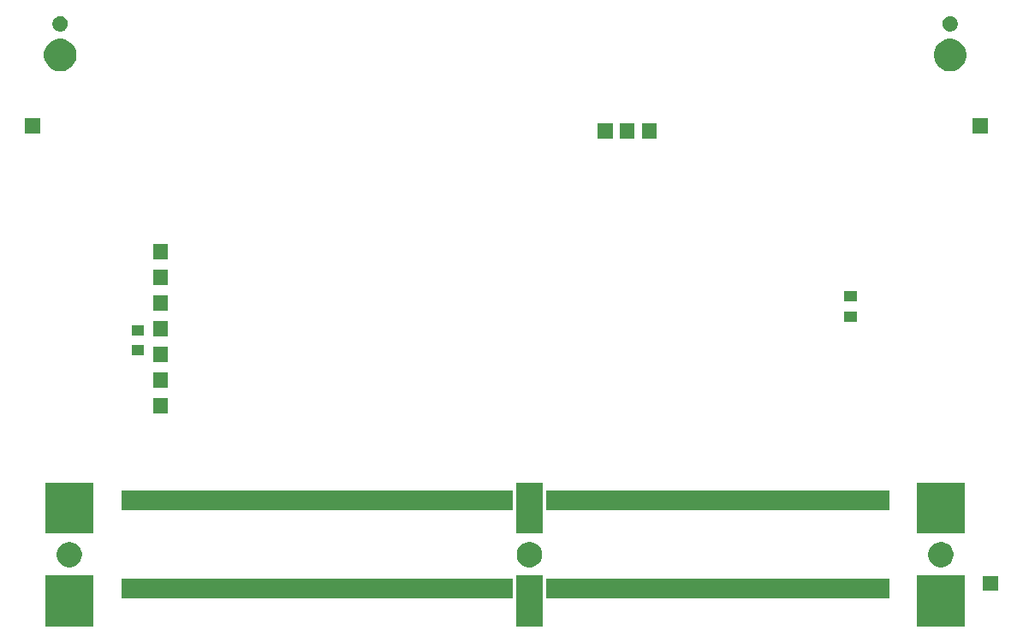
<source format=gbr>
G04 #@! TF.GenerationSoftware,KiCad,Pcbnew,5.0.2-bee76a0~70~ubuntu18.04.1*
G04 #@! TF.CreationDate,2019-04-15T15:13:08+02:00*
G04 #@! TF.ProjectId,ModulAdapter,4d6f6475-6c41-4646-9170-7465722e6b69,rev?*
G04 #@! TF.SameCoordinates,Original*
G04 #@! TF.FileFunction,Soldermask,Top*
G04 #@! TF.FilePolarity,Negative*
%FSLAX46Y46*%
G04 Gerber Fmt 4.6, Leading zero omitted, Abs format (unit mm)*
G04 Created by KiCad (PCBNEW 5.0.2-bee76a0~70~ubuntu18.04.1) date Mo 15 Apr 2019 15:13:08 CEST*
%MOMM*%
%LPD*%
G01*
G04 APERTURE LIST*
%ADD10C,0.100000*%
G04 APERTURE END LIST*
D10*
G36*
X145500000Y-130490000D02*
X140700000Y-130490000D01*
X140700000Y-125490000D01*
X145500000Y-125490000D01*
X145500000Y-130490000D01*
X145500000Y-130490000D01*
G37*
G36*
X103700000Y-130490000D02*
X101100000Y-130490000D01*
X101100000Y-125490000D01*
X103700000Y-125490000D01*
X103700000Y-130490000D01*
X103700000Y-130490000D01*
G37*
G36*
X59300000Y-130490000D02*
X54500000Y-130490000D01*
X54500000Y-125490000D01*
X59300000Y-125490000D01*
X59300000Y-130490000D01*
X59300000Y-130490000D01*
G37*
G36*
X137975000Y-127750000D02*
X104025000Y-127750000D01*
X104025000Y-125750000D01*
X137975000Y-125750000D01*
X137975000Y-127750000D01*
X137975000Y-127750000D01*
G37*
G36*
X100775000Y-127750000D02*
X62025000Y-127750000D01*
X62025000Y-125750000D01*
X100775000Y-125750000D01*
X100775000Y-127750000D01*
X100775000Y-127750000D01*
G37*
G36*
X148750570Y-127000570D02*
X147249430Y-127000570D01*
X147249430Y-125499430D01*
X148750570Y-125499430D01*
X148750570Y-127000570D01*
X148750570Y-127000570D01*
G37*
G36*
X143464612Y-122198037D02*
X143692096Y-122292264D01*
X143896831Y-122429064D01*
X144070936Y-122603169D01*
X144207736Y-122807904D01*
X144301963Y-123035388D01*
X144350000Y-123276885D01*
X144350000Y-123523115D01*
X144301963Y-123764612D01*
X144207736Y-123992096D01*
X144070936Y-124196831D01*
X143896831Y-124370936D01*
X143692096Y-124507736D01*
X143464612Y-124601963D01*
X143223115Y-124650000D01*
X142976885Y-124650000D01*
X142735388Y-124601963D01*
X142507904Y-124507736D01*
X142303169Y-124370936D01*
X142129064Y-124196831D01*
X141992264Y-123992096D01*
X141898037Y-123764612D01*
X141850000Y-123523115D01*
X141850000Y-123276885D01*
X141898037Y-123035388D01*
X141992264Y-122807904D01*
X142129064Y-122603169D01*
X142303169Y-122429064D01*
X142507904Y-122292264D01*
X142735388Y-122198037D01*
X142976885Y-122150000D01*
X143223115Y-122150000D01*
X143464612Y-122198037D01*
X143464612Y-122198037D01*
G37*
G36*
X57264612Y-122198037D02*
X57492096Y-122292264D01*
X57696831Y-122429064D01*
X57870936Y-122603169D01*
X58007736Y-122807904D01*
X58101963Y-123035388D01*
X58150000Y-123276885D01*
X58150000Y-123523115D01*
X58101963Y-123764612D01*
X58007736Y-123992096D01*
X57870936Y-124196831D01*
X57696831Y-124370936D01*
X57492096Y-124507736D01*
X57264612Y-124601963D01*
X57023115Y-124650000D01*
X56776885Y-124650000D01*
X56535388Y-124601963D01*
X56307904Y-124507736D01*
X56103169Y-124370936D01*
X55929064Y-124196831D01*
X55792264Y-123992096D01*
X55698037Y-123764612D01*
X55650000Y-123523115D01*
X55650000Y-123276885D01*
X55698037Y-123035388D01*
X55792264Y-122807904D01*
X55929064Y-122603169D01*
X56103169Y-122429064D01*
X56307904Y-122292264D01*
X56535388Y-122198037D01*
X56776885Y-122150000D01*
X57023115Y-122150000D01*
X57264612Y-122198037D01*
X57264612Y-122198037D01*
G37*
G36*
X102764612Y-122198037D02*
X102992096Y-122292264D01*
X103196831Y-122429064D01*
X103370936Y-122603169D01*
X103507736Y-122807904D01*
X103601963Y-123035388D01*
X103650000Y-123276885D01*
X103650000Y-123523115D01*
X103601963Y-123764612D01*
X103507736Y-123992096D01*
X103370936Y-124196831D01*
X103196831Y-124370936D01*
X102992096Y-124507736D01*
X102764612Y-124601963D01*
X102523115Y-124650000D01*
X102276885Y-124650000D01*
X102035388Y-124601963D01*
X101807904Y-124507736D01*
X101603169Y-124370936D01*
X101429064Y-124196831D01*
X101292264Y-123992096D01*
X101198037Y-123764612D01*
X101150000Y-123523115D01*
X101150000Y-123276885D01*
X101198037Y-123035388D01*
X101292264Y-122807904D01*
X101429064Y-122603169D01*
X101603169Y-122429064D01*
X101807904Y-122292264D01*
X102035388Y-122198037D01*
X102276885Y-122150000D01*
X102523115Y-122150000D01*
X102764612Y-122198037D01*
X102764612Y-122198037D01*
G37*
G36*
X59300000Y-121310000D02*
X54500000Y-121310000D01*
X54500000Y-116310000D01*
X59300000Y-116310000D01*
X59300000Y-121310000D01*
X59300000Y-121310000D01*
G37*
G36*
X145500000Y-121310000D02*
X140700000Y-121310000D01*
X140700000Y-116310000D01*
X145500000Y-116310000D01*
X145500000Y-121310000D01*
X145500000Y-121310000D01*
G37*
G36*
X103700000Y-121310000D02*
X101100000Y-121310000D01*
X101100000Y-116310000D01*
X103700000Y-116310000D01*
X103700000Y-121310000D01*
X103700000Y-121310000D01*
G37*
G36*
X137975000Y-119050000D02*
X104025000Y-119050000D01*
X104025000Y-117050000D01*
X137975000Y-117050000D01*
X137975000Y-119050000D01*
X137975000Y-119050000D01*
G37*
G36*
X100775000Y-119050000D02*
X62025000Y-119050000D01*
X62025000Y-117050000D01*
X100775000Y-117050000D01*
X100775000Y-119050000D01*
X100775000Y-119050000D01*
G37*
G36*
X66663570Y-109421570D02*
X65162430Y-109421570D01*
X65162430Y-107920430D01*
X66663570Y-107920430D01*
X66663570Y-109421570D01*
X66663570Y-109421570D01*
G37*
G36*
X66663570Y-106881570D02*
X65162430Y-106881570D01*
X65162430Y-105380430D01*
X66663570Y-105380430D01*
X66663570Y-106881570D01*
X66663570Y-106881570D01*
G37*
G36*
X66663570Y-104341570D02*
X65162430Y-104341570D01*
X65162430Y-102840430D01*
X66663570Y-102840430D01*
X66663570Y-104341570D01*
X66663570Y-104341570D01*
G37*
G36*
X64303000Y-103700000D02*
X63053000Y-103700000D01*
X63053000Y-102700000D01*
X64303000Y-102700000D01*
X64303000Y-103700000D01*
X64303000Y-103700000D01*
G37*
G36*
X66663570Y-101801570D02*
X65162430Y-101801570D01*
X65162430Y-100300430D01*
X66663570Y-100300430D01*
X66663570Y-101801570D01*
X66663570Y-101801570D01*
G37*
G36*
X64303000Y-101700000D02*
X63053000Y-101700000D01*
X63053000Y-100700000D01*
X64303000Y-100700000D01*
X64303000Y-101700000D01*
X64303000Y-101700000D01*
G37*
G36*
X134788000Y-100357000D02*
X133538000Y-100357000D01*
X133538000Y-99357000D01*
X134788000Y-99357000D01*
X134788000Y-100357000D01*
X134788000Y-100357000D01*
G37*
G36*
X66663570Y-99261570D02*
X65162430Y-99261570D01*
X65162430Y-97760430D01*
X66663570Y-97760430D01*
X66663570Y-99261570D01*
X66663570Y-99261570D01*
G37*
G36*
X134788000Y-98357000D02*
X133538000Y-98357000D01*
X133538000Y-97357000D01*
X134788000Y-97357000D01*
X134788000Y-98357000D01*
X134788000Y-98357000D01*
G37*
G36*
X66663570Y-96721570D02*
X65162430Y-96721570D01*
X65162430Y-95220430D01*
X66663570Y-95220430D01*
X66663570Y-96721570D01*
X66663570Y-96721570D01*
G37*
G36*
X66663570Y-94181570D02*
X65162430Y-94181570D01*
X65162430Y-92680430D01*
X66663570Y-92680430D01*
X66663570Y-94181570D01*
X66663570Y-94181570D01*
G37*
G36*
X110656570Y-82272070D02*
X109155430Y-82272070D01*
X109155430Y-80770930D01*
X110656570Y-80770930D01*
X110656570Y-82272070D01*
X110656570Y-82272070D01*
G37*
G36*
X112815570Y-82272070D02*
X111314430Y-82272070D01*
X111314430Y-80770930D01*
X112815570Y-80770930D01*
X112815570Y-82272070D01*
X112815570Y-82272070D01*
G37*
G36*
X115000570Y-82250570D02*
X113499430Y-82250570D01*
X113499430Y-80749430D01*
X115000570Y-80749430D01*
X115000570Y-82250570D01*
X115000570Y-82250570D01*
G37*
G36*
X54000570Y-81750570D02*
X52499430Y-81750570D01*
X52499430Y-80249430D01*
X54000570Y-80249430D01*
X54000570Y-81750570D01*
X54000570Y-81750570D01*
G37*
G36*
X147740570Y-81750570D02*
X146239430Y-81750570D01*
X146239430Y-80249430D01*
X147740570Y-80249430D01*
X147740570Y-81750570D01*
X147740570Y-81750570D01*
G37*
G36*
X56466703Y-72461486D02*
X56757883Y-72582097D01*
X57019944Y-72757201D01*
X57242799Y-72980056D01*
X57417903Y-73242117D01*
X57538514Y-73533297D01*
X57600000Y-73842412D01*
X57600000Y-74157588D01*
X57538514Y-74466703D01*
X57417903Y-74757883D01*
X57242799Y-75019944D01*
X57019944Y-75242799D01*
X56757883Y-75417903D01*
X56466703Y-75538514D01*
X56157588Y-75600000D01*
X55842412Y-75600000D01*
X55533297Y-75538514D01*
X55242117Y-75417903D01*
X54980056Y-75242799D01*
X54757201Y-75019944D01*
X54582097Y-74757883D01*
X54461486Y-74466703D01*
X54400000Y-74157588D01*
X54400000Y-73842412D01*
X54461486Y-73533297D01*
X54582097Y-73242117D01*
X54757201Y-72980056D01*
X54980056Y-72757201D01*
X55242117Y-72582097D01*
X55533297Y-72461486D01*
X55842412Y-72400000D01*
X56157588Y-72400000D01*
X56466703Y-72461486D01*
X56466703Y-72461486D01*
G37*
G36*
X144466703Y-72461486D02*
X144757883Y-72582097D01*
X145019944Y-72757201D01*
X145242799Y-72980056D01*
X145417903Y-73242117D01*
X145538514Y-73533297D01*
X145600000Y-73842412D01*
X145600000Y-74157588D01*
X145538514Y-74466703D01*
X145417903Y-74757883D01*
X145242799Y-75019944D01*
X145019944Y-75242799D01*
X144757883Y-75417903D01*
X144466703Y-75538514D01*
X144157588Y-75600000D01*
X143842412Y-75600000D01*
X143533297Y-75538514D01*
X143242117Y-75417903D01*
X142980056Y-75242799D01*
X142757201Y-75019944D01*
X142582097Y-74757883D01*
X142461486Y-74466703D01*
X142400000Y-74157588D01*
X142400000Y-73842412D01*
X142461486Y-73533297D01*
X142582097Y-73242117D01*
X142757201Y-72980056D01*
X142980056Y-72757201D01*
X143242117Y-72582097D01*
X143533297Y-72461486D01*
X143842412Y-72400000D01*
X144157588Y-72400000D01*
X144466703Y-72461486D01*
X144466703Y-72461486D01*
G37*
G36*
X144173195Y-70157522D02*
X144222267Y-70167283D01*
X144360942Y-70224724D01*
X144485750Y-70308118D01*
X144591882Y-70414250D01*
X144675276Y-70539058D01*
X144732717Y-70677734D01*
X144762000Y-70824948D01*
X144762000Y-70975052D01*
X144732717Y-71122266D01*
X144675276Y-71260942D01*
X144591882Y-71385750D01*
X144485750Y-71491882D01*
X144485747Y-71491884D01*
X144360942Y-71575276D01*
X144222267Y-71632717D01*
X144173195Y-71642478D01*
X144075052Y-71662000D01*
X143924948Y-71662000D01*
X143826805Y-71642478D01*
X143777733Y-71632717D01*
X143639058Y-71575276D01*
X143514253Y-71491884D01*
X143514250Y-71491882D01*
X143408118Y-71385750D01*
X143324724Y-71260942D01*
X143267283Y-71122266D01*
X143238000Y-70975052D01*
X143238000Y-70824948D01*
X143267283Y-70677734D01*
X143324724Y-70539058D01*
X143408118Y-70414250D01*
X143514250Y-70308118D01*
X143639058Y-70224724D01*
X143777733Y-70167283D01*
X143826805Y-70157522D01*
X143924948Y-70138000D01*
X144075052Y-70138000D01*
X144173195Y-70157522D01*
X144173195Y-70157522D01*
G37*
G36*
X56173195Y-70157522D02*
X56222267Y-70167283D01*
X56360942Y-70224724D01*
X56485750Y-70308118D01*
X56591882Y-70414250D01*
X56675276Y-70539058D01*
X56732717Y-70677734D01*
X56762000Y-70824948D01*
X56762000Y-70975052D01*
X56732717Y-71122266D01*
X56675276Y-71260942D01*
X56591882Y-71385750D01*
X56485750Y-71491882D01*
X56485747Y-71491884D01*
X56360942Y-71575276D01*
X56222267Y-71632717D01*
X56173195Y-71642478D01*
X56075052Y-71662000D01*
X55924948Y-71662000D01*
X55826805Y-71642478D01*
X55777733Y-71632717D01*
X55639058Y-71575276D01*
X55514253Y-71491884D01*
X55514250Y-71491882D01*
X55408118Y-71385750D01*
X55324724Y-71260942D01*
X55267283Y-71122266D01*
X55238000Y-70975052D01*
X55238000Y-70824948D01*
X55267283Y-70677734D01*
X55324724Y-70539058D01*
X55408118Y-70414250D01*
X55514250Y-70308118D01*
X55639058Y-70224724D01*
X55777733Y-70167283D01*
X55826805Y-70157522D01*
X55924948Y-70138000D01*
X56075052Y-70138000D01*
X56173195Y-70157522D01*
X56173195Y-70157522D01*
G37*
M02*

</source>
